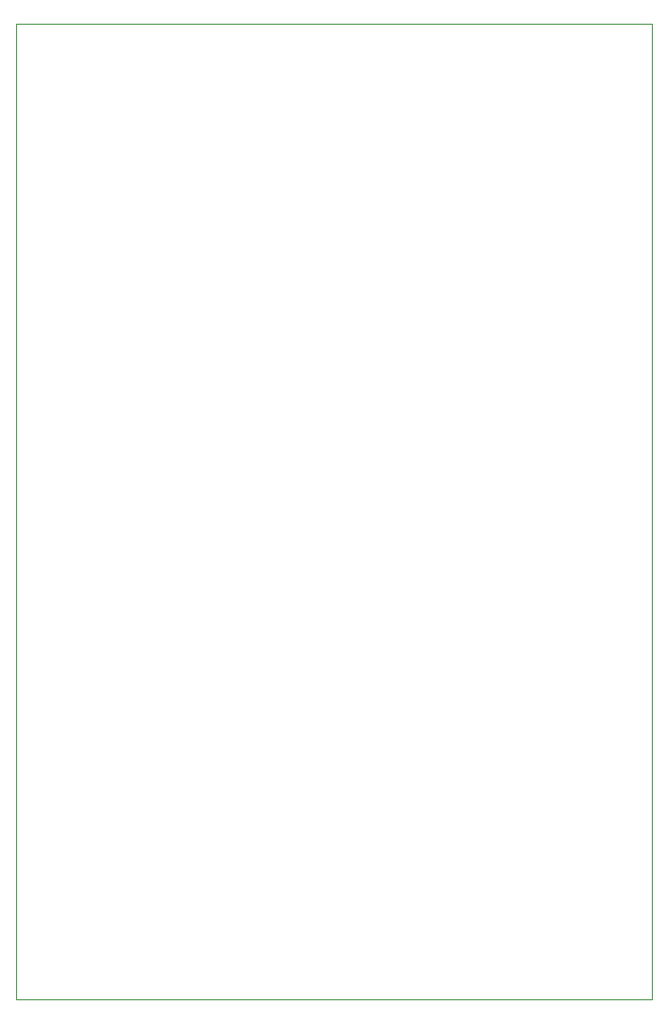
<source format=gbr>
G04 #@! TF.GenerationSoftware,KiCad,Pcbnew,5.1.5-52549c5~84~ubuntu18.04.1*
G04 #@! TF.CreationDate,2020-02-21T19:51:26+01:00*
G04 #@! TF.ProjectId,test,74657374-2e6b-4696-9361-645f70636258,rev?*
G04 #@! TF.SameCoordinates,Original*
G04 #@! TF.FileFunction,Profile,NP*
%FSLAX46Y46*%
G04 Gerber Fmt 4.6, Leading zero omitted, Abs format (unit mm)*
G04 Created by KiCad (PCBNEW 5.1.5-52549c5~84~ubuntu18.04.1) date 2020-02-21 19:51:26*
%MOMM*%
%LPD*%
G04 APERTURE LIST*
%ADD10C,0.050000*%
G04 APERTURE END LIST*
D10*
X111048800Y-147320000D02*
X54305200Y-147320000D01*
X111048800Y-146050000D02*
X111048800Y-147320000D01*
X54305200Y-146050000D02*
X54305200Y-147320000D01*
X111048800Y-142748000D02*
X111048800Y-146050000D01*
X54305200Y-142748000D02*
X54305200Y-146050000D01*
X54305200Y-60401200D02*
X54305200Y-142748000D01*
X111048800Y-60401200D02*
X54305200Y-60401200D01*
X111048800Y-142748000D02*
X111048800Y-60401200D01*
M02*

</source>
